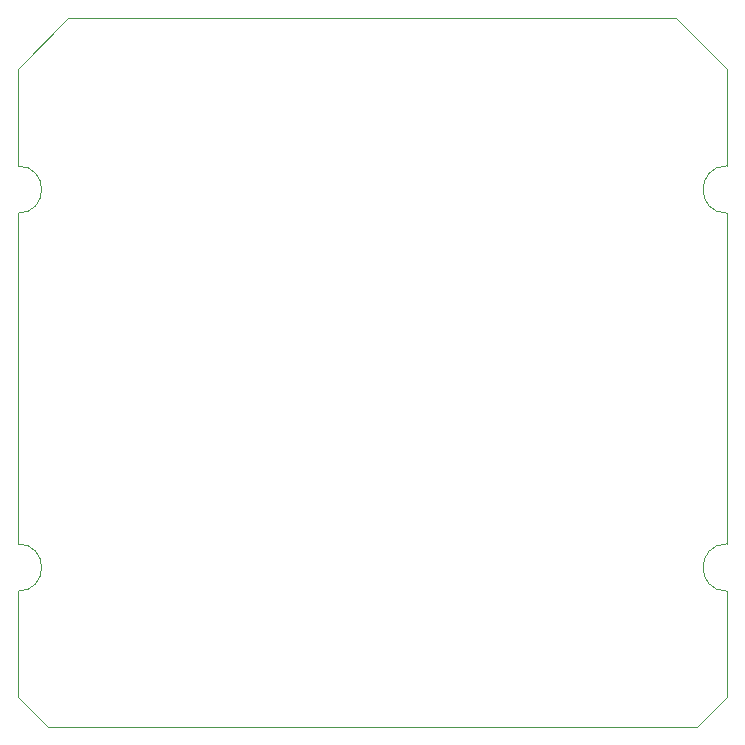
<source format=gm1>
G04 #@! TF.GenerationSoftware,KiCad,Pcbnew,(5.1.7)-1*
G04 #@! TF.CreationDate,2022-12-29T18:38:42+01:00*
G04 #@! TF.ProjectId,Abstimmspannungs-Modul,41627374-696d-46d7-9370-616e6e756e67,rev?*
G04 #@! TF.SameCoordinates,Original*
G04 #@! TF.FileFunction,Profile,NP*
%FSLAX46Y46*%
G04 Gerber Fmt 4.6, Leading zero omitted, Abs format (unit mm)*
G04 Created by KiCad (PCBNEW (5.1.7)-1) date 2022-12-29 18:38:42*
%MOMM*%
%LPD*%
G01*
G04 APERTURE LIST*
G04 #@! TA.AperFunction,Profile*
%ADD10C,0.050000*%
G04 #@! TD*
G04 APERTURE END LIST*
D10*
X94250000Y-51500000D02*
G75*
G02*
X94250000Y-47500000I0J2000000D01*
G01*
X34250000Y-47500000D02*
G75*
G02*
X34250000Y-51500000I0J-2000000D01*
G01*
X34250000Y-79500000D02*
G75*
G02*
X34250000Y-83500000I0J-2000000D01*
G01*
X94250000Y-83500000D02*
G75*
G02*
X94250000Y-79500000I0J2000000D01*
G01*
X34250000Y-92500000D02*
X34250000Y-83500000D01*
X94250000Y-92500000D02*
X94250000Y-83500000D01*
X94250000Y-39250000D02*
X94250000Y-47500000D01*
X34250000Y-39250000D02*
X34250000Y-47500000D01*
X34250000Y-92500000D02*
X36750000Y-95000000D01*
X91750000Y-95000000D02*
X94250000Y-92500000D01*
X90000000Y-35000000D02*
X94250000Y-39250000D01*
X34250000Y-39250000D02*
X38500000Y-35000000D01*
X34250000Y-79500000D02*
X34250000Y-51500000D01*
X91750000Y-95000000D02*
X36750000Y-95000000D01*
X94250000Y-51500000D02*
X94250000Y-79500000D01*
X38500000Y-35000000D02*
X90000000Y-35000000D01*
M02*

</source>
